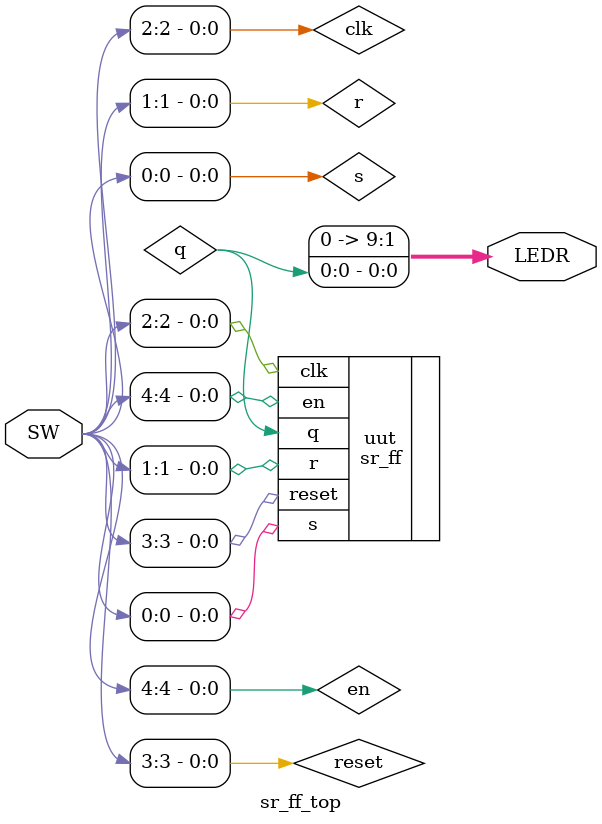
<source format=v>
module sr_ff_top (
    input  [9:0] SW,     // SW[0]=S, SW[1]=R, SW[2]=CLK, SW[3]=RESET, SW[4]=ENABLE
    output [9:0] LEDR    // LEDR[0]=Q
);

wire q;
wire s, r, clk, reset, en;

assign s     = SW[0];
assign r     = SW[1];
assign clk   = SW[2];
assign reset = SW[3];
assign en    = SW[4];

sr_ff uut (
    .clk(clk),
    .reset(reset),
    .en(en),
    .s(s),
    .r(r),
    .q(q)
);

assign LEDR[0] = q;
assign LEDR[9:1] = 9'b0;

endmodule
</source>
